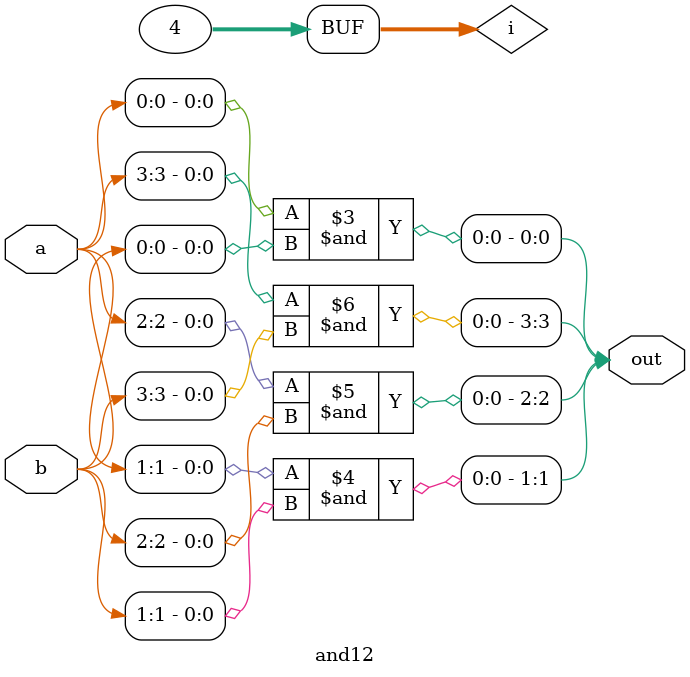
<source format=v>
module and12 (
    input wire [3:0] a,
    input wire [3:0] b,
    output wire [3:0] out
);

integer i;

always @(*) begin
    for (i = 0; i < 4; i = i + 1) begin
        out[i] = a[i] & b[i];
    end
end


endmodule

</source>
